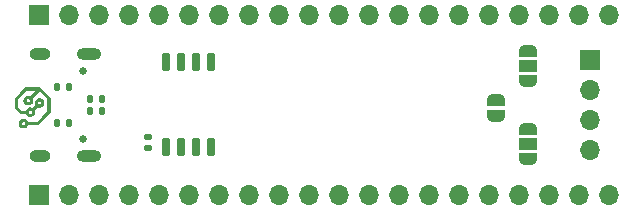
<source format=gbr>
%TF.GenerationSoftware,KiCad,Pcbnew,7.0.7*%
%TF.CreationDate,2023-11-28T22:27:00+01:00*%
%TF.ProjectId,STM32G474_Black-Pill_v3.0,53544d33-3247-4343-9734-5f426c61636b,A*%
%TF.SameCoordinates,Original*%
%TF.FileFunction,Soldermask,Bot*%
%TF.FilePolarity,Negative*%
%FSLAX46Y46*%
G04 Gerber Fmt 4.6, Leading zero omitted, Abs format (unit mm)*
G04 Created by KiCad (PCBNEW 7.0.7) date 2023-11-28 22:27:00*
%MOMM*%
%LPD*%
G01*
G04 APERTURE LIST*
G04 Aperture macros list*
%AMRoundRect*
0 Rectangle with rounded corners*
0 $1 Rounding radius*
0 $2 $3 $4 $5 $6 $7 $8 $9 X,Y pos of 4 corners*
0 Add a 4 corners polygon primitive as box body*
4,1,4,$2,$3,$4,$5,$6,$7,$8,$9,$2,$3,0*
0 Add four circle primitives for the rounded corners*
1,1,$1+$1,$2,$3*
1,1,$1+$1,$4,$5*
1,1,$1+$1,$6,$7*
1,1,$1+$1,$8,$9*
0 Add four rect primitives between the rounded corners*
20,1,$1+$1,$2,$3,$4,$5,0*
20,1,$1+$1,$4,$5,$6,$7,0*
20,1,$1+$1,$6,$7,$8,$9,0*
20,1,$1+$1,$8,$9,$2,$3,0*%
%AMFreePoly0*
4,1,19,0.550000,-0.750000,0.000000,-0.750000,0.000000,-0.744911,-0.071157,-0.744911,-0.207708,-0.704816,-0.327430,-0.627875,-0.420627,-0.520320,-0.479746,-0.390866,-0.500000,-0.250000,-0.500000,0.250000,-0.479746,0.390866,-0.420627,0.520320,-0.327430,0.627875,-0.207708,0.704816,-0.071157,0.744911,0.000000,0.744911,0.000000,0.750000,0.550000,0.750000,0.550000,-0.750000,0.550000,-0.750000,
$1*%
%AMFreePoly1*
4,1,19,0.000000,0.744911,0.071157,0.744911,0.207708,0.704816,0.327430,0.627875,0.420627,0.520320,0.479746,0.390866,0.500000,0.250000,0.500000,-0.250000,0.479746,-0.390866,0.420627,-0.520320,0.327430,-0.627875,0.207708,-0.704816,0.071157,-0.744911,0.000000,-0.744911,0.000000,-0.750000,-0.550000,-0.750000,-0.550000,0.750000,0.000000,0.750000,0.000000,0.744911,0.000000,0.744911,
$1*%
%AMFreePoly2*
4,1,19,0.500000,-0.750000,0.000000,-0.750000,0.000000,-0.744911,-0.071157,-0.744911,-0.207708,-0.704816,-0.327430,-0.627875,-0.420627,-0.520320,-0.479746,-0.390866,-0.500000,-0.250000,-0.500000,0.250000,-0.479746,0.390866,-0.420627,0.520320,-0.327430,0.627875,-0.207708,0.704816,-0.071157,0.744911,0.000000,0.744911,0.000000,0.750000,0.500000,0.750000,0.500000,-0.750000,0.500000,-0.750000,
$1*%
%AMFreePoly3*
4,1,19,0.000000,0.744911,0.071157,0.744911,0.207708,0.704816,0.327430,0.627875,0.420627,0.520320,0.479746,0.390866,0.500000,0.250000,0.500000,-0.250000,0.479746,-0.390866,0.420627,-0.520320,0.327430,-0.627875,0.207708,-0.704816,0.071157,-0.744911,0.000000,-0.744911,0.000000,-0.750000,-0.500000,-0.750000,-0.500000,0.750000,0.000000,0.750000,0.000000,0.744911,0.000000,0.744911,
$1*%
G04 Aperture macros list end*
%ADD10R,1.700000X1.700000*%
%ADD11O,1.700000X1.700000*%
%ADD12C,0.650000*%
%ADD13O,2.100000X1.000000*%
%ADD14O,1.800000X1.000000*%
%ADD15RoundRect,0.150000X0.150000X-0.650000X0.150000X0.650000X-0.150000X0.650000X-0.150000X-0.650000X0*%
%ADD16RoundRect,0.135000X-0.135000X-0.185000X0.135000X-0.185000X0.135000X0.185000X-0.135000X0.185000X0*%
%ADD17RoundRect,0.140000X-0.170000X0.140000X-0.170000X-0.140000X0.170000X-0.140000X0.170000X0.140000X0*%
%ADD18FreePoly0,270.000000*%
%ADD19R,1.500000X1.000000*%
%ADD20FreePoly1,270.000000*%
%ADD21RoundRect,0.135000X0.135000X0.185000X-0.135000X0.185000X-0.135000X-0.185000X0.135000X-0.185000X0*%
%ADD22FreePoly2,90.000000*%
%ADD23FreePoly3,90.000000*%
G04 APERTURE END LIST*
%TO.C,G\u002A\u002A\u002A*%
G36*
X101101840Y-101212175D02*
G01*
X101098790Y-101281649D01*
X101087770Y-101346847D01*
X101069201Y-101400906D01*
X101065266Y-101408896D01*
X101017842Y-101482636D01*
X100956672Y-101542843D01*
X100881206Y-101590069D01*
X100860988Y-101599966D01*
X100832654Y-101612641D01*
X100808192Y-101620467D01*
X100781796Y-101624610D01*
X100747656Y-101626239D01*
X100699965Y-101626523D01*
X100670652Y-101626457D01*
X100631434Y-101625545D01*
X100602441Y-101622619D01*
X100577863Y-101616510D01*
X100551894Y-101606049D01*
X100518724Y-101590069D01*
X100502121Y-101581403D01*
X100431976Y-101532690D01*
X100375626Y-101472863D01*
X100333513Y-101404389D01*
X100306077Y-101329736D01*
X100293758Y-101251370D01*
X100294104Y-101242877D01*
X100558484Y-101242877D01*
X100571020Y-101286690D01*
X100597816Y-101325769D01*
X100638985Y-101356406D01*
X100640293Y-101357073D01*
X100682359Y-101368605D01*
X100728580Y-101366354D01*
X100770233Y-101350698D01*
X100788373Y-101337800D01*
X100820429Y-101300697D01*
X100837512Y-101257373D01*
X100839790Y-101211718D01*
X100827430Y-101167620D01*
X100800599Y-101128970D01*
X100759463Y-101099656D01*
X100734472Y-101088393D01*
X100707051Y-101081065D01*
X100680794Y-101083461D01*
X100646797Y-101095230D01*
X100605335Y-101120126D01*
X100575753Y-101155886D01*
X100560099Y-101198040D01*
X100558484Y-101242877D01*
X100294104Y-101242877D01*
X100296997Y-101171758D01*
X100316234Y-101093367D01*
X100351910Y-101018664D01*
X100404465Y-100950116D01*
X100426580Y-100928311D01*
X100497084Y-100875990D01*
X100574966Y-100840938D01*
X100658365Y-100823614D01*
X100745422Y-100824477D01*
X100834278Y-100843987D01*
X100881472Y-100859335D01*
X101119810Y-100620996D01*
X101358148Y-100382658D01*
X100564544Y-100382658D01*
X100208760Y-100738345D01*
X99852976Y-101094031D01*
X99852976Y-101752153D01*
X100177038Y-102076637D01*
X100508578Y-102076637D01*
X100525417Y-102032545D01*
X100538109Y-102006510D01*
X100569419Y-101961763D01*
X100610360Y-101916882D01*
X100656143Y-101876904D01*
X100701979Y-101846865D01*
X100726386Y-101835051D01*
X100803563Y-101809554D01*
X100884080Y-101798616D01*
X100963030Y-101802603D01*
X101035506Y-101821884D01*
X101074526Y-101837496D01*
X101307308Y-101604714D01*
X101292386Y-101557539D01*
X101285884Y-101535025D01*
X101272184Y-101448909D01*
X101273380Y-101419748D01*
X101533321Y-101419748D01*
X101540184Y-101466682D01*
X101563246Y-101509871D01*
X101602081Y-101545573D01*
X101621234Y-101554388D01*
X101659431Y-101561929D01*
X101700863Y-101562068D01*
X101736502Y-101554225D01*
X101753950Y-101543360D01*
X101779383Y-101518461D01*
X101801548Y-101488443D01*
X101814350Y-101460634D01*
X101817851Y-101414160D01*
X101805055Y-101365498D01*
X101776746Y-101324243D01*
X101758149Y-101308144D01*
X101713087Y-101285238D01*
X101665529Y-101279969D01*
X101618902Y-101292366D01*
X101576631Y-101322459D01*
X101569899Y-101329610D01*
X101543084Y-101372811D01*
X101533321Y-101419748D01*
X101273380Y-101419748D01*
X101275594Y-101365794D01*
X101294628Y-101287457D01*
X101327799Y-101215676D01*
X101373619Y-101152228D01*
X101430600Y-101098890D01*
X101497255Y-101057441D01*
X101572096Y-101029657D01*
X101653637Y-101017317D01*
X101740388Y-101022197D01*
X101802152Y-101036513D01*
X101881193Y-101070334D01*
X101948907Y-101118551D01*
X102003938Y-101179557D01*
X102044927Y-101251746D01*
X102070516Y-101333511D01*
X102078454Y-101414160D01*
X102079348Y-101423245D01*
X102078685Y-101448865D01*
X102065138Y-101537426D01*
X102034603Y-101617148D01*
X101987711Y-101687023D01*
X101925097Y-101746040D01*
X101847392Y-101793191D01*
X101807997Y-101807703D01*
X101746176Y-101820122D01*
X101678295Y-101825046D01*
X101611158Y-101822071D01*
X101551570Y-101810791D01*
X101495453Y-101794478D01*
X101380469Y-101908938D01*
X101359713Y-101929703D01*
X101321520Y-101968875D01*
X101295236Y-101997777D01*
X101279242Y-102018399D01*
X101271920Y-102032729D01*
X101271653Y-102042757D01*
X101280098Y-102070655D01*
X101295651Y-102138710D01*
X101300740Y-102199744D01*
X101300215Y-102206536D01*
X101296074Y-102260056D01*
X101286212Y-102309472D01*
X101256330Y-102391734D01*
X101211241Y-102462051D01*
X101150785Y-102520645D01*
X101074804Y-102567737D01*
X101055184Y-102577345D01*
X101026645Y-102590149D01*
X101002102Y-102598059D01*
X100975717Y-102602250D01*
X100941651Y-102603901D01*
X100894065Y-102604190D01*
X100878810Y-102604170D01*
X100834835Y-102603491D01*
X100802840Y-102601069D01*
X100777063Y-102595865D01*
X100751742Y-102586837D01*
X100721115Y-102572945D01*
X100678023Y-102548775D01*
X100618160Y-102502173D01*
X100567593Y-102447066D01*
X100531333Y-102388328D01*
X100507898Y-102337994D01*
X100061239Y-102337994D01*
X99931483Y-102208319D01*
X100753352Y-102208319D01*
X100761530Y-102253670D01*
X100784801Y-102294977D01*
X100823295Y-102328366D01*
X100838061Y-102335702D01*
X100877382Y-102345585D01*
X100918194Y-102346004D01*
X100951642Y-102336404D01*
X100960829Y-102331049D01*
X101003298Y-102295796D01*
X101029500Y-102253496D01*
X101038404Y-102206536D01*
X101028980Y-102157303D01*
X101006315Y-102116353D01*
X100970489Y-102083016D01*
X100927135Y-102064695D01*
X100879708Y-102062769D01*
X100831663Y-102078615D01*
X100818084Y-102086741D01*
X100781759Y-102120980D01*
X100760139Y-102162797D01*
X100753352Y-102208319D01*
X99931483Y-102208319D01*
X99591619Y-101868668D01*
X99591619Y-100978051D01*
X100019913Y-100549676D01*
X100448207Y-100121302D01*
X101735632Y-100121302D01*
X102164007Y-100549595D01*
X102592381Y-100977889D01*
X102592381Y-102255649D01*
X101657140Y-103191006D01*
X101532501Y-103315661D01*
X100696852Y-103315661D01*
X100674710Y-103361641D01*
X100666923Y-103376146D01*
X100637814Y-103418452D01*
X100600390Y-103462427D01*
X100560329Y-103501754D01*
X100523309Y-103530113D01*
X100507111Y-103538994D01*
X100472237Y-103554819D01*
X100435353Y-103568671D01*
X100365818Y-103583360D01*
X100287998Y-103585245D01*
X100210740Y-103574202D01*
X100141211Y-103550671D01*
X100110889Y-103534976D01*
X100041573Y-103485485D01*
X99985696Y-103425067D01*
X99943746Y-103356165D01*
X99916210Y-103281222D01*
X99903575Y-103202681D01*
X99904354Y-103180143D01*
X100167572Y-103180143D01*
X100167658Y-103185971D01*
X100175984Y-103231035D01*
X100199413Y-103269024D01*
X100240073Y-103303561D01*
X100247937Y-103308520D01*
X100291331Y-103324002D01*
X100335524Y-103322978D01*
X100377036Y-103307307D01*
X100412387Y-103278848D01*
X100438099Y-103239461D01*
X100450691Y-103191006D01*
X100448165Y-103150856D01*
X100430082Y-103107301D01*
X100398568Y-103072032D01*
X100356793Y-103048406D01*
X100307930Y-103039785D01*
X100284885Y-103041524D01*
X100237845Y-103057492D01*
X100200709Y-103087822D01*
X100176332Y-103129657D01*
X100167572Y-103180143D01*
X99904354Y-103180143D01*
X99906328Y-103122985D01*
X99924956Y-103044578D01*
X99959945Y-102969902D01*
X100011784Y-102901401D01*
X100051482Y-102864311D01*
X100120690Y-102819132D01*
X100195758Y-102789913D01*
X100274155Y-102776276D01*
X100353350Y-102777841D01*
X100430814Y-102794229D01*
X100504015Y-102825061D01*
X100570422Y-102869958D01*
X100627506Y-102928541D01*
X100672736Y-103000430D01*
X100699158Y-103054305D01*
X101416201Y-103054305D01*
X101873613Y-102596969D01*
X102331025Y-102139632D01*
X102331025Y-101094022D01*
X101677523Y-100440732D01*
X101374340Y-100744030D01*
X101071157Y-101047327D01*
X101087491Y-101103515D01*
X101096498Y-101145288D01*
X101101804Y-101211718D01*
X101101840Y-101212175D01*
G37*
%TD*%
D10*
%TO.C,J104*%
X148285000Y-97800000D03*
D11*
X148285000Y-100340000D03*
X148285000Y-102880000D03*
X148285000Y-105420000D03*
%TD*%
D12*
%TO.C,J101*%
X105340000Y-98710000D03*
X105340000Y-104490000D03*
D13*
X105840000Y-97280000D03*
D14*
X101660000Y-97280000D03*
D13*
X105840000Y-105920000D03*
D14*
X101660000Y-105920000D03*
%TD*%
D15*
%TO.C,U101*%
X116205000Y-105200000D03*
X114935000Y-105200000D03*
X113665000Y-105200000D03*
X112395000Y-105200000D03*
X112395000Y-98000000D03*
X113665000Y-98000000D03*
X114935000Y-98000000D03*
X116205000Y-98000000D03*
%TD*%
D16*
%TO.C,R105*%
X105916000Y-102108000D03*
X106936000Y-102108000D03*
%TD*%
%TO.C,R104*%
X105916000Y-101092000D03*
X106936000Y-101092000D03*
%TD*%
D17*
%TO.C,C101*%
X110871000Y-104295000D03*
X110871000Y-105255000D03*
%TD*%
D10*
%TO.C,J102*%
X101600000Y-109220000D03*
D11*
X104140000Y-109220000D03*
X106680000Y-109220000D03*
X109220000Y-109220000D03*
X111760000Y-109220000D03*
X114300000Y-109220000D03*
X116840000Y-109220000D03*
X119380000Y-109220000D03*
X121920000Y-109220000D03*
X124460000Y-109220000D03*
X127000000Y-109220000D03*
X129540000Y-109220000D03*
X132080000Y-109220000D03*
X134620000Y-109220000D03*
X137160000Y-109220000D03*
X139700000Y-109220000D03*
X142240000Y-109220000D03*
X144780000Y-109220000D03*
X147320000Y-109220000D03*
X149860000Y-109220000D03*
%TD*%
D18*
%TO.C,JP101*%
X143002000Y-96998000D03*
D19*
X143002000Y-98298000D03*
D20*
X143002000Y-99598000D03*
%TD*%
D21*
%TO.C,R102*%
X104142000Y-103124000D03*
X103122000Y-103124000D03*
%TD*%
D18*
%TO.C,JP102*%
X143002000Y-103602000D03*
D19*
X143002000Y-104902000D03*
D20*
X143002000Y-106202000D03*
%TD*%
D10*
%TO.C,J103*%
X101600000Y-93980000D03*
D11*
X104140000Y-93980000D03*
X106680000Y-93980000D03*
X109220000Y-93980000D03*
X111760000Y-93980000D03*
X114300000Y-93980000D03*
X116840000Y-93980000D03*
X119380000Y-93980000D03*
X121920000Y-93980000D03*
X124460000Y-93980000D03*
X127000000Y-93980000D03*
X129540000Y-93980000D03*
X132080000Y-93980000D03*
X134620000Y-93980000D03*
X137160000Y-93980000D03*
X139700000Y-93980000D03*
X142240000Y-93980000D03*
X144780000Y-93980000D03*
X147320000Y-93980000D03*
X149860000Y-93980000D03*
%TD*%
D21*
%TO.C,R101*%
X104142000Y-100076000D03*
X103122000Y-100076000D03*
%TD*%
D22*
%TO.C,JP103*%
X140335000Y-102504000D03*
D23*
X140335000Y-101204000D03*
%TD*%
M02*

</source>
